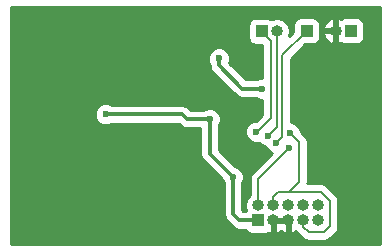
<source format=gbr>
G04 #@! TF.FileFunction,Copper,L2,Bot,Signal*
%FSLAX46Y46*%
G04 Gerber Fmt 4.6, Leading zero omitted, Abs format (unit mm)*
G04 Created by KiCad (PCBNEW 4.0.7) date 04/20/18 18:40:26*
%MOMM*%
%LPD*%
G01*
G04 APERTURE LIST*
%ADD10C,0.100000*%
%ADD11R,1.000000X1.000000*%
%ADD12O,1.000000X1.000000*%
%ADD13C,0.600000*%
%ADD14C,0.203200*%
%ADD15C,0.304800*%
%ADD16C,0.254000*%
G04 APERTURE END LIST*
D10*
D11*
X141249400Y-102133400D03*
D12*
X141249400Y-100863400D03*
X142519400Y-102133400D03*
X142519400Y-100863400D03*
X143789400Y-102133400D03*
X143789400Y-100863400D03*
X145059400Y-102133400D03*
X145059400Y-100863400D03*
X146329400Y-102133400D03*
X146329400Y-100863400D03*
D11*
X145338800Y-86080600D03*
X149072600Y-86080600D03*
D12*
X147802600Y-86080600D03*
D11*
X141528800Y-86131400D03*
D12*
X142798800Y-86131400D03*
D13*
X146799300Y-88747600D03*
X137693400Y-100863400D03*
X134785100Y-102031800D03*
X135788400Y-92202000D03*
X134861300Y-88328500D03*
X130962400Y-90322400D03*
X128041400Y-86194900D03*
X123063000Y-89509600D03*
X121691400Y-102311200D03*
X129171700Y-102717600D03*
X131000500Y-96964500D03*
X148272500Y-98920300D03*
X149479000Y-91071700D03*
X145732500Y-92024200D03*
X128320800Y-93141800D03*
X139115800Y-98450400D03*
X137134600Y-93548200D03*
X143840200Y-96012000D03*
X143916400Y-94767400D03*
X142748000Y-95554800D03*
X141071600Y-94615000D03*
X142062200Y-94970600D03*
X137909300Y-88417400D03*
X141566900Y-90970100D03*
D14*
X147370800Y-89319100D02*
X147370800Y-90385900D01*
X146799300Y-88747600D02*
X147370800Y-89319100D01*
X135953500Y-100863400D02*
X137693400Y-100863400D01*
X134785100Y-102031800D02*
X135953500Y-100863400D01*
X135788400Y-89255600D02*
X135788400Y-92202000D01*
X134861300Y-88328500D02*
X135788400Y-89255600D01*
X130962400Y-89115900D02*
X130962400Y-90322400D01*
X128041400Y-86194900D02*
X130962400Y-89115900D01*
X123063000Y-100939600D02*
X123063000Y-89509600D01*
X121691400Y-102311200D02*
X123063000Y-100939600D01*
X129171700Y-98793300D02*
X129171700Y-102717600D01*
X131000500Y-96964500D02*
X129171700Y-98793300D01*
X145732500Y-92024200D02*
X145732500Y-96380300D01*
X145732500Y-96380300D02*
X148272500Y-98920300D01*
X147802600Y-89395300D02*
X147802600Y-86080600D01*
X149479000Y-91071700D02*
X147802600Y-89395300D01*
X145732500Y-92024200D02*
X147370800Y-90385900D01*
D15*
X141249400Y-102133400D02*
X139649200Y-102133400D01*
X139115800Y-101600000D02*
X139115800Y-98450400D01*
X139649200Y-102133400D02*
X139115800Y-101600000D01*
X137134600Y-93548200D02*
X135229600Y-93548200D01*
X134823200Y-93141800D02*
X128320800Y-93141800D01*
X135229600Y-93548200D02*
X134823200Y-93141800D01*
X137134600Y-93548200D02*
X137134600Y-96469200D01*
X139115800Y-98450400D02*
X137134600Y-96469200D01*
D14*
X141249400Y-100863400D02*
X141249400Y-98602800D01*
X141249400Y-98602800D02*
X143840200Y-96012000D01*
X144678400Y-98882200D02*
X143840200Y-99720400D01*
X144678400Y-95529400D02*
X144678400Y-98882200D01*
X143916400Y-94767400D02*
X144678400Y-95529400D01*
X142519400Y-100863400D02*
X142519400Y-100152200D01*
X145059400Y-102679500D02*
X145059400Y-102133400D01*
X145503900Y-103124000D02*
X145059400Y-102679500D01*
X146799300Y-103124000D02*
X145503900Y-103124000D01*
X147281900Y-102641400D02*
X146799300Y-103124000D01*
X147281900Y-100482400D02*
X147281900Y-102641400D01*
X146519900Y-99720400D02*
X147281900Y-100482400D01*
X142951200Y-99720400D02*
X143840200Y-99720400D01*
X143840200Y-99720400D02*
X146519900Y-99720400D01*
X142519400Y-100152200D02*
X142951200Y-99720400D01*
X143256000Y-88163400D02*
X145338800Y-86080600D01*
X143256000Y-95046800D02*
X143256000Y-88163400D01*
X142748000Y-95554800D02*
X143256000Y-95046800D01*
X142303500Y-87820500D02*
X142303500Y-86906100D01*
X141109700Y-94678500D02*
X142303500Y-93484700D01*
X142303500Y-93484700D02*
X142303500Y-87820500D01*
X142303500Y-86906100D02*
X141528800Y-86131400D01*
X142798800Y-94234000D02*
X142798800Y-86131400D01*
X142062200Y-94970600D02*
X142798800Y-94234000D01*
X142849600Y-86182200D02*
X142798800Y-86131400D01*
D15*
X137909300Y-89001600D02*
X137909300Y-88417400D01*
X139877800Y-90970100D02*
X137909300Y-89001600D01*
X140931900Y-90970100D02*
X139877800Y-90970100D01*
X141566900Y-90970100D02*
X140931900Y-90970100D01*
D16*
G36*
X151536400Y-104165400D02*
X120294400Y-104165400D01*
X120294400Y-93326967D01*
X127385638Y-93326967D01*
X127527683Y-93670743D01*
X127790473Y-93933992D01*
X128134001Y-94076638D01*
X128505967Y-94076962D01*
X128849743Y-93934917D01*
X128855470Y-93929200D01*
X134497048Y-93929200D01*
X134672824Y-94104976D01*
X134928275Y-94275663D01*
X135229600Y-94335600D01*
X136347200Y-94335600D01*
X136347200Y-96469200D01*
X136407137Y-96770525D01*
X136577824Y-97025976D01*
X138180644Y-98628796D01*
X138180638Y-98635567D01*
X138322683Y-98979343D01*
X138328400Y-98985070D01*
X138328400Y-101600000D01*
X138388337Y-101901325D01*
X138559024Y-102156776D01*
X139092424Y-102690176D01*
X139347875Y-102860863D01*
X139649200Y-102920801D01*
X139649205Y-102920800D01*
X140179752Y-102920800D01*
X140285310Y-103084841D01*
X140497510Y-103229831D01*
X140749400Y-103280840D01*
X141749400Y-103280840D01*
X141984717Y-103236562D01*
X142084432Y-103172397D01*
X142217526Y-103227519D01*
X142392400Y-103101354D01*
X142392400Y-102655325D01*
X142396840Y-102633400D01*
X142396840Y-102260400D01*
X142646400Y-102260400D01*
X142646400Y-103101354D01*
X142821274Y-103227519D01*
X143079609Y-103120527D01*
X143154400Y-103055911D01*
X143229191Y-103120527D01*
X143487526Y-103227519D01*
X143662400Y-103101354D01*
X143662400Y-102260400D01*
X142646400Y-102260400D01*
X142396840Y-102260400D01*
X142396840Y-101996257D01*
X142519400Y-102020636D01*
X142646400Y-101995374D01*
X142646400Y-102006400D01*
X143662400Y-102006400D01*
X143662400Y-101995374D01*
X143789400Y-102020636D01*
X143916400Y-101995374D01*
X143916400Y-102006400D01*
X143936400Y-102006400D01*
X143936400Y-102050836D01*
X143924400Y-102111164D01*
X143924400Y-102155636D01*
X143936400Y-102215964D01*
X143936400Y-102260400D01*
X143916400Y-102260400D01*
X143916400Y-103101354D01*
X144091274Y-103227519D01*
X144349609Y-103120527D01*
X144415096Y-103063949D01*
X144473458Y-103102946D01*
X144538545Y-103200355D01*
X144983045Y-103644855D01*
X145222015Y-103804530D01*
X145503900Y-103860600D01*
X146799300Y-103860600D01*
X147081185Y-103804530D01*
X147320155Y-103644855D01*
X147802755Y-103162255D01*
X147962430Y-102923285D01*
X148018500Y-102641400D01*
X148018500Y-100482400D01*
X147962430Y-100200515D01*
X147802755Y-99961545D01*
X147040755Y-99199545D01*
X146801785Y-99039870D01*
X146519900Y-98983800D01*
X145394791Y-98983800D01*
X145415000Y-98882200D01*
X145415000Y-95529400D01*
X145358930Y-95247515D01*
X145199255Y-95008545D01*
X144851494Y-94660784D01*
X144851562Y-94582233D01*
X144709517Y-94238457D01*
X144446727Y-93975208D01*
X144103199Y-93832562D01*
X143992600Y-93832466D01*
X143992600Y-88468510D01*
X145233070Y-87228040D01*
X145838800Y-87228040D01*
X146074117Y-87183762D01*
X146290241Y-87044690D01*
X146435231Y-86832490D01*
X146486240Y-86580600D01*
X146486240Y-86382477D01*
X146708468Y-86382477D01*
X146907277Y-86778204D01*
X147242391Y-87067727D01*
X147500726Y-87174719D01*
X147675600Y-87048554D01*
X147675600Y-86207600D01*
X146833465Y-86207600D01*
X146708468Y-86382477D01*
X146486240Y-86382477D01*
X146486240Y-85778723D01*
X146708468Y-85778723D01*
X146833465Y-85953600D01*
X147675600Y-85953600D01*
X147675600Y-85580600D01*
X147925160Y-85580600D01*
X147925160Y-86580600D01*
X147929600Y-86604197D01*
X147929600Y-87048554D01*
X148104474Y-87174719D01*
X148236998Y-87119833D01*
X148320710Y-87177031D01*
X148572600Y-87228040D01*
X149572600Y-87228040D01*
X149807917Y-87183762D01*
X150024041Y-87044690D01*
X150169031Y-86832490D01*
X150220040Y-86580600D01*
X150220040Y-85580600D01*
X150175762Y-85345283D01*
X150036690Y-85129159D01*
X149824490Y-84984169D01*
X149572600Y-84933160D01*
X148572600Y-84933160D01*
X148337283Y-84977438D01*
X148237568Y-85041603D01*
X148104474Y-84986481D01*
X147929600Y-85112646D01*
X147929600Y-85558675D01*
X147925160Y-85580600D01*
X147675600Y-85580600D01*
X147675600Y-85112646D01*
X147500726Y-84986481D01*
X147242391Y-85093473D01*
X146907277Y-85382996D01*
X146708468Y-85778723D01*
X146486240Y-85778723D01*
X146486240Y-85580600D01*
X146441962Y-85345283D01*
X146302890Y-85129159D01*
X146090690Y-84984169D01*
X145838800Y-84933160D01*
X144838800Y-84933160D01*
X144603483Y-84977438D01*
X144387359Y-85116510D01*
X144242369Y-85328710D01*
X144191360Y-85580600D01*
X144191360Y-86186330D01*
X143861729Y-86515961D01*
X143933800Y-86153636D01*
X143933800Y-86109164D01*
X143847403Y-85674818D01*
X143601366Y-85306598D01*
X143233146Y-85060561D01*
X142798800Y-84974164D01*
X142364454Y-85060561D01*
X142341041Y-85076205D01*
X142280690Y-85034969D01*
X142028800Y-84983960D01*
X141028800Y-84983960D01*
X140793483Y-85028238D01*
X140577359Y-85167310D01*
X140432369Y-85379510D01*
X140381360Y-85631400D01*
X140381360Y-86631400D01*
X140425638Y-86866717D01*
X140564710Y-87082841D01*
X140776910Y-87227831D01*
X141028800Y-87278840D01*
X141566900Y-87278840D01*
X141566900Y-90035099D01*
X141381733Y-90034938D01*
X141037957Y-90176983D01*
X141032230Y-90182700D01*
X140203952Y-90182700D01*
X138779974Y-88758722D01*
X138844138Y-88604199D01*
X138844462Y-88232233D01*
X138702417Y-87888457D01*
X138439627Y-87625208D01*
X138096099Y-87482562D01*
X137724133Y-87482238D01*
X137380357Y-87624283D01*
X137117108Y-87887073D01*
X136974462Y-88230601D01*
X136974138Y-88602567D01*
X137116183Y-88946343D01*
X137121900Y-88952070D01*
X137121900Y-89001600D01*
X137181837Y-89302925D01*
X137352524Y-89558376D01*
X139321024Y-91526876D01*
X139576475Y-91697563D01*
X139877800Y-91757500D01*
X141031789Y-91757500D01*
X141036573Y-91762292D01*
X141380101Y-91904938D01*
X141566900Y-91905101D01*
X141566900Y-93179590D01*
X141066495Y-93679995D01*
X140886433Y-93679838D01*
X140542657Y-93821883D01*
X140279408Y-94084673D01*
X140136762Y-94428201D01*
X140136438Y-94800167D01*
X140278483Y-95143943D01*
X140541273Y-95407192D01*
X140884801Y-95549838D01*
X141256767Y-95550162D01*
X141301261Y-95531777D01*
X141531873Y-95762792D01*
X141875401Y-95905438D01*
X141881211Y-95905443D01*
X141954883Y-96083743D01*
X142217673Y-96346992D01*
X142391372Y-96419118D01*
X140728545Y-98081945D01*
X140568870Y-98320915D01*
X140512800Y-98602800D01*
X140512800Y-99994521D01*
X140446834Y-100038598D01*
X140200797Y-100406818D01*
X140114400Y-100841164D01*
X140114400Y-100885636D01*
X140199492Y-101313421D01*
X140177232Y-101346000D01*
X139975352Y-101346000D01*
X139903200Y-101273848D01*
X139903200Y-98985511D01*
X139907992Y-98980727D01*
X140050638Y-98637199D01*
X140050962Y-98265233D01*
X139908917Y-97921457D01*
X139646127Y-97658208D01*
X139302599Y-97515562D01*
X139294507Y-97515555D01*
X137922000Y-96143048D01*
X137922000Y-94083311D01*
X137926792Y-94078527D01*
X138069438Y-93734999D01*
X138069762Y-93363033D01*
X137927717Y-93019257D01*
X137664927Y-92756008D01*
X137321399Y-92613362D01*
X136949433Y-92613038D01*
X136605657Y-92755083D01*
X136599930Y-92760800D01*
X135555752Y-92760800D01*
X135379976Y-92585024D01*
X135124525Y-92414337D01*
X134823200Y-92354400D01*
X128855911Y-92354400D01*
X128851127Y-92349608D01*
X128507599Y-92206962D01*
X128135633Y-92206638D01*
X127791857Y-92348683D01*
X127528608Y-92611473D01*
X127385962Y-92955001D01*
X127385638Y-93326967D01*
X120294400Y-93326967D01*
X120294400Y-84099400D01*
X151536400Y-84099400D01*
X151536400Y-104165400D01*
X151536400Y-104165400D01*
G37*
X151536400Y-104165400D02*
X120294400Y-104165400D01*
X120294400Y-93326967D01*
X127385638Y-93326967D01*
X127527683Y-93670743D01*
X127790473Y-93933992D01*
X128134001Y-94076638D01*
X128505967Y-94076962D01*
X128849743Y-93934917D01*
X128855470Y-93929200D01*
X134497048Y-93929200D01*
X134672824Y-94104976D01*
X134928275Y-94275663D01*
X135229600Y-94335600D01*
X136347200Y-94335600D01*
X136347200Y-96469200D01*
X136407137Y-96770525D01*
X136577824Y-97025976D01*
X138180644Y-98628796D01*
X138180638Y-98635567D01*
X138322683Y-98979343D01*
X138328400Y-98985070D01*
X138328400Y-101600000D01*
X138388337Y-101901325D01*
X138559024Y-102156776D01*
X139092424Y-102690176D01*
X139347875Y-102860863D01*
X139649200Y-102920801D01*
X139649205Y-102920800D01*
X140179752Y-102920800D01*
X140285310Y-103084841D01*
X140497510Y-103229831D01*
X140749400Y-103280840D01*
X141749400Y-103280840D01*
X141984717Y-103236562D01*
X142084432Y-103172397D01*
X142217526Y-103227519D01*
X142392400Y-103101354D01*
X142392400Y-102655325D01*
X142396840Y-102633400D01*
X142396840Y-102260400D01*
X142646400Y-102260400D01*
X142646400Y-103101354D01*
X142821274Y-103227519D01*
X143079609Y-103120527D01*
X143154400Y-103055911D01*
X143229191Y-103120527D01*
X143487526Y-103227519D01*
X143662400Y-103101354D01*
X143662400Y-102260400D01*
X142646400Y-102260400D01*
X142396840Y-102260400D01*
X142396840Y-101996257D01*
X142519400Y-102020636D01*
X142646400Y-101995374D01*
X142646400Y-102006400D01*
X143662400Y-102006400D01*
X143662400Y-101995374D01*
X143789400Y-102020636D01*
X143916400Y-101995374D01*
X143916400Y-102006400D01*
X143936400Y-102006400D01*
X143936400Y-102050836D01*
X143924400Y-102111164D01*
X143924400Y-102155636D01*
X143936400Y-102215964D01*
X143936400Y-102260400D01*
X143916400Y-102260400D01*
X143916400Y-103101354D01*
X144091274Y-103227519D01*
X144349609Y-103120527D01*
X144415096Y-103063949D01*
X144473458Y-103102946D01*
X144538545Y-103200355D01*
X144983045Y-103644855D01*
X145222015Y-103804530D01*
X145503900Y-103860600D01*
X146799300Y-103860600D01*
X147081185Y-103804530D01*
X147320155Y-103644855D01*
X147802755Y-103162255D01*
X147962430Y-102923285D01*
X148018500Y-102641400D01*
X148018500Y-100482400D01*
X147962430Y-100200515D01*
X147802755Y-99961545D01*
X147040755Y-99199545D01*
X146801785Y-99039870D01*
X146519900Y-98983800D01*
X145394791Y-98983800D01*
X145415000Y-98882200D01*
X145415000Y-95529400D01*
X145358930Y-95247515D01*
X145199255Y-95008545D01*
X144851494Y-94660784D01*
X144851562Y-94582233D01*
X144709517Y-94238457D01*
X144446727Y-93975208D01*
X144103199Y-93832562D01*
X143992600Y-93832466D01*
X143992600Y-88468510D01*
X145233070Y-87228040D01*
X145838800Y-87228040D01*
X146074117Y-87183762D01*
X146290241Y-87044690D01*
X146435231Y-86832490D01*
X146486240Y-86580600D01*
X146486240Y-86382477D01*
X146708468Y-86382477D01*
X146907277Y-86778204D01*
X147242391Y-87067727D01*
X147500726Y-87174719D01*
X147675600Y-87048554D01*
X147675600Y-86207600D01*
X146833465Y-86207600D01*
X146708468Y-86382477D01*
X146486240Y-86382477D01*
X146486240Y-85778723D01*
X146708468Y-85778723D01*
X146833465Y-85953600D01*
X147675600Y-85953600D01*
X147675600Y-85580600D01*
X147925160Y-85580600D01*
X147925160Y-86580600D01*
X147929600Y-86604197D01*
X147929600Y-87048554D01*
X148104474Y-87174719D01*
X148236998Y-87119833D01*
X148320710Y-87177031D01*
X148572600Y-87228040D01*
X149572600Y-87228040D01*
X149807917Y-87183762D01*
X150024041Y-87044690D01*
X150169031Y-86832490D01*
X150220040Y-86580600D01*
X150220040Y-85580600D01*
X150175762Y-85345283D01*
X150036690Y-85129159D01*
X149824490Y-84984169D01*
X149572600Y-84933160D01*
X148572600Y-84933160D01*
X148337283Y-84977438D01*
X148237568Y-85041603D01*
X148104474Y-84986481D01*
X147929600Y-85112646D01*
X147929600Y-85558675D01*
X147925160Y-85580600D01*
X147675600Y-85580600D01*
X147675600Y-85112646D01*
X147500726Y-84986481D01*
X147242391Y-85093473D01*
X146907277Y-85382996D01*
X146708468Y-85778723D01*
X146486240Y-85778723D01*
X146486240Y-85580600D01*
X146441962Y-85345283D01*
X146302890Y-85129159D01*
X146090690Y-84984169D01*
X145838800Y-84933160D01*
X144838800Y-84933160D01*
X144603483Y-84977438D01*
X144387359Y-85116510D01*
X144242369Y-85328710D01*
X144191360Y-85580600D01*
X144191360Y-86186330D01*
X143861729Y-86515961D01*
X143933800Y-86153636D01*
X143933800Y-86109164D01*
X143847403Y-85674818D01*
X143601366Y-85306598D01*
X143233146Y-85060561D01*
X142798800Y-84974164D01*
X142364454Y-85060561D01*
X142341041Y-85076205D01*
X142280690Y-85034969D01*
X142028800Y-84983960D01*
X141028800Y-84983960D01*
X140793483Y-85028238D01*
X140577359Y-85167310D01*
X140432369Y-85379510D01*
X140381360Y-85631400D01*
X140381360Y-86631400D01*
X140425638Y-86866717D01*
X140564710Y-87082841D01*
X140776910Y-87227831D01*
X141028800Y-87278840D01*
X141566900Y-87278840D01*
X141566900Y-90035099D01*
X141381733Y-90034938D01*
X141037957Y-90176983D01*
X141032230Y-90182700D01*
X140203952Y-90182700D01*
X138779974Y-88758722D01*
X138844138Y-88604199D01*
X138844462Y-88232233D01*
X138702417Y-87888457D01*
X138439627Y-87625208D01*
X138096099Y-87482562D01*
X137724133Y-87482238D01*
X137380357Y-87624283D01*
X137117108Y-87887073D01*
X136974462Y-88230601D01*
X136974138Y-88602567D01*
X137116183Y-88946343D01*
X137121900Y-88952070D01*
X137121900Y-89001600D01*
X137181837Y-89302925D01*
X137352524Y-89558376D01*
X139321024Y-91526876D01*
X139576475Y-91697563D01*
X139877800Y-91757500D01*
X141031789Y-91757500D01*
X141036573Y-91762292D01*
X141380101Y-91904938D01*
X141566900Y-91905101D01*
X141566900Y-93179590D01*
X141066495Y-93679995D01*
X140886433Y-93679838D01*
X140542657Y-93821883D01*
X140279408Y-94084673D01*
X140136762Y-94428201D01*
X140136438Y-94800167D01*
X140278483Y-95143943D01*
X140541273Y-95407192D01*
X140884801Y-95549838D01*
X141256767Y-95550162D01*
X141301261Y-95531777D01*
X141531873Y-95762792D01*
X141875401Y-95905438D01*
X141881211Y-95905443D01*
X141954883Y-96083743D01*
X142217673Y-96346992D01*
X142391372Y-96419118D01*
X140728545Y-98081945D01*
X140568870Y-98320915D01*
X140512800Y-98602800D01*
X140512800Y-99994521D01*
X140446834Y-100038598D01*
X140200797Y-100406818D01*
X140114400Y-100841164D01*
X140114400Y-100885636D01*
X140199492Y-101313421D01*
X140177232Y-101346000D01*
X139975352Y-101346000D01*
X139903200Y-101273848D01*
X139903200Y-98985511D01*
X139907992Y-98980727D01*
X140050638Y-98637199D01*
X140050962Y-98265233D01*
X139908917Y-97921457D01*
X139646127Y-97658208D01*
X139302599Y-97515562D01*
X139294507Y-97515555D01*
X137922000Y-96143048D01*
X137922000Y-94083311D01*
X137926792Y-94078527D01*
X138069438Y-93734999D01*
X138069762Y-93363033D01*
X137927717Y-93019257D01*
X137664927Y-92756008D01*
X137321399Y-92613362D01*
X136949433Y-92613038D01*
X136605657Y-92755083D01*
X136599930Y-92760800D01*
X135555752Y-92760800D01*
X135379976Y-92585024D01*
X135124525Y-92414337D01*
X134823200Y-92354400D01*
X128855911Y-92354400D01*
X128851127Y-92349608D01*
X128507599Y-92206962D01*
X128135633Y-92206638D01*
X127791857Y-92348683D01*
X127528608Y-92611473D01*
X127385962Y-92955001D01*
X127385638Y-93326967D01*
X120294400Y-93326967D01*
X120294400Y-84099400D01*
X151536400Y-84099400D01*
X151536400Y-104165400D01*
G36*
X146456400Y-102006400D02*
X146476400Y-102006400D01*
X146476400Y-102260400D01*
X146456400Y-102260400D01*
X146456400Y-102280400D01*
X146202400Y-102280400D01*
X146202400Y-102260400D01*
X146182400Y-102260400D01*
X146182400Y-102215964D01*
X146194400Y-102155636D01*
X146194400Y-102111164D01*
X146182400Y-102050836D01*
X146182400Y-102006400D01*
X146202400Y-102006400D01*
X146202400Y-101995374D01*
X146329400Y-102020636D01*
X146456400Y-101995374D01*
X146456400Y-102006400D01*
X146456400Y-102006400D01*
G37*
X146456400Y-102006400D02*
X146476400Y-102006400D01*
X146476400Y-102260400D01*
X146456400Y-102260400D01*
X146456400Y-102280400D01*
X146202400Y-102280400D01*
X146202400Y-102260400D01*
X146182400Y-102260400D01*
X146182400Y-102215964D01*
X146194400Y-102155636D01*
X146194400Y-102111164D01*
X146182400Y-102050836D01*
X146182400Y-102006400D01*
X146202400Y-102006400D01*
X146202400Y-101995374D01*
X146329400Y-102020636D01*
X146456400Y-101995374D01*
X146456400Y-102006400D01*
M02*

</source>
